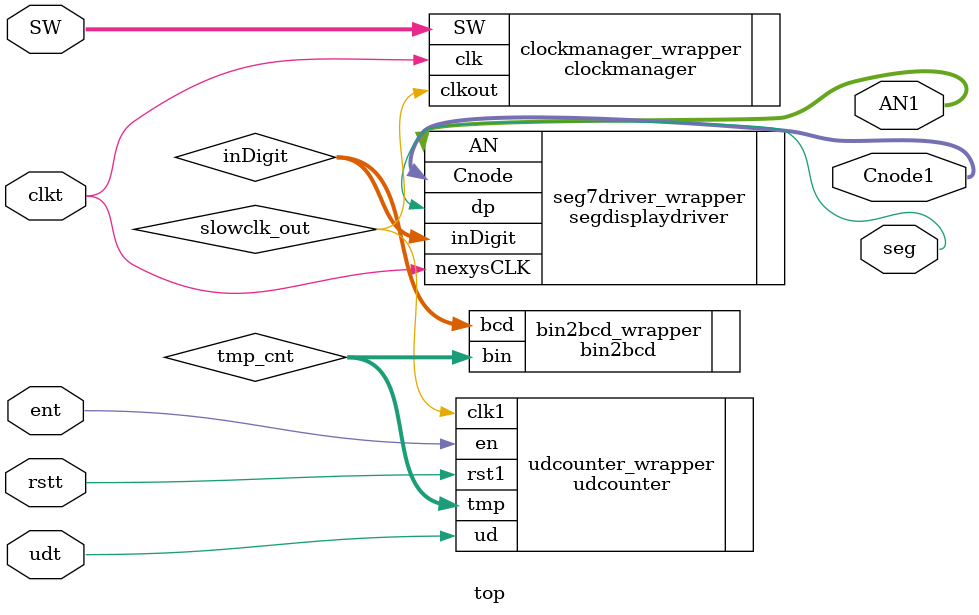
<source format=v>
`timescale 1ns / 1ps

module top(
    input clkt,
    input rstt,
    input ent,
    input udt, 
    input [4:0] SW,
    output seg,
    output [6:0] Cnode1,
    output [7:0] AN1
    );
    wire slowclk_out;
    wire [31:0] inDigit; 
    clockmanager clockmanager_wrapper(
        .clk(clkt),
        .SW(SW),
        .clkout(slowclk_out)
    );
    
    
    wire [26:0] tmp_cnt; 
    udcounter udcounter_wrapper(
        .rst1(rstt),
        .en(ent),
        .clk1(slowclk_out), 
        .tmp(tmp_cnt),
        .ud(udt)
    );
    
    bin2bcd bin2bcd_wrapper(
        .bin(tmp_cnt),
        .bcd(inDigit)
    );
    
    
    segdisplaydriver seg7driver_wrapper(
        .nexysCLK(clkt), 
        .inDigit(inDigit),
        .Cnode(Cnode1),
        .dp(seg),
        .AN(AN1)
    );
endmodule
</source>
